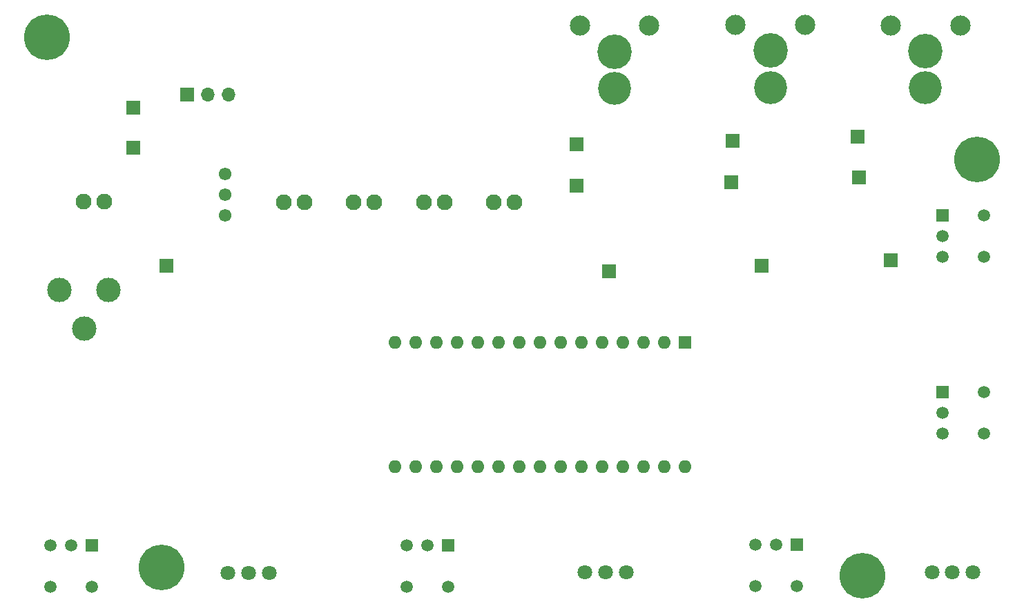
<source format=gbs>
%TF.GenerationSoftware,KiCad,Pcbnew,7.0.8*%
%TF.CreationDate,2024-02-03T19:33:36-05:00*%
%TF.ProjectId,TelescopeController,54656c65-7363-46f7-9065-436f6e74726f,rev?*%
%TF.SameCoordinates,Original*%
%TF.FileFunction,Soldermask,Bot*%
%TF.FilePolarity,Negative*%
%FSLAX46Y46*%
G04 Gerber Fmt 4.6, Leading zero omitted, Abs format (unit mm)*
G04 Created by KiCad (PCBNEW 7.0.8) date 2024-02-03 19:33:36*
%MOMM*%
%LPD*%
G01*
G04 APERTURE LIST*
%ADD10R,1.500000X1.500000*%
%ADD11C,1.500000*%
%ADD12C,1.950000*%
%ADD13R,1.700000X1.700000*%
%ADD14C,2.476000*%
%ADD15C,4.227000*%
%ADD16C,4.039000*%
%ADD17C,1.550000*%
%ADD18C,1.800000*%
%ADD19C,3.000000*%
%ADD20R,1.600000X1.600000*%
%ADD21O,1.600000X1.600000*%
%ADD22C,5.600000*%
%ADD23O,1.700000X1.700000*%
G04 APERTURE END LIST*
D10*
%TO.C,S3*%
X179820000Y-126520000D03*
D11*
X179820000Y-129060000D03*
X179820000Y-131600000D03*
X184900000Y-126520000D03*
X184900000Y-131600000D03*
%TD*%
D12*
%TO.C,J8*%
X107580000Y-103200000D03*
X110120000Y-103200000D03*
%TD*%
D13*
%TO.C,TP11*%
X169350000Y-95200000D03*
%TD*%
D10*
%TO.C,S5*%
X161880000Y-145220000D03*
D11*
X159340000Y-145220000D03*
X156800000Y-145220000D03*
X161880000Y-150300000D03*
X156800000Y-150300000D03*
%TD*%
D10*
%TO.C,S2*%
X119140000Y-145265000D03*
D11*
X116600000Y-145265000D03*
X114060000Y-145265000D03*
X119140000Y-150345000D03*
X114060000Y-150345000D03*
%TD*%
D13*
%TO.C,TP5*%
X134900000Y-101200000D03*
%TD*%
D14*
%TO.C,J4*%
X173450000Y-81525000D03*
X181950000Y-81525000D03*
D15*
X177700000Y-84675000D03*
D16*
X177700000Y-89175000D03*
%TD*%
D17*
%TO.C,PS1*%
X91800000Y-104840000D03*
X91800000Y-102300000D03*
X91800000Y-99760000D03*
%TD*%
D12*
%TO.C,J7*%
X99000000Y-103200000D03*
X101540000Y-103200000D03*
%TD*%
D13*
%TO.C,TP2*%
X157625000Y-111000000D03*
%TD*%
D12*
%TO.C,J6*%
X74460000Y-103100000D03*
X77000000Y-103100000D03*
%TD*%
D10*
%TO.C,S1*%
X179820000Y-104820000D03*
D11*
X179820000Y-107360000D03*
X179820000Y-109900000D03*
X184900000Y-104820000D03*
X184900000Y-109900000D03*
%TD*%
D13*
%TO.C,TP7*%
X169525000Y-100200000D03*
%TD*%
D18*
%TO.C,VR1*%
X178500000Y-148600000D03*
X181000000Y-148600000D03*
X183500000Y-148600000D03*
%TD*%
D13*
%TO.C,TP10*%
X154050000Y-95700000D03*
%TD*%
%TO.C,TP6*%
X153900000Y-100750000D03*
%TD*%
D12*
%TO.C,J9*%
X116160000Y-103200000D03*
X118700000Y-103200000D03*
%TD*%
%TO.C,J10*%
X124740000Y-103200000D03*
X127280000Y-103200000D03*
%TD*%
D13*
%TO.C,TP4*%
X80550000Y-96500000D03*
%TD*%
D10*
%TO.C,S6*%
X75440000Y-145320000D03*
D11*
X72900000Y-145320000D03*
X70360000Y-145320000D03*
X75440000Y-150400000D03*
X70360000Y-150400000D03*
%TD*%
D19*
%TO.C,J1*%
X77500000Y-114000000D03*
X71500000Y-114000000D03*
X74500000Y-118700000D03*
%TD*%
D18*
%TO.C,VR4*%
X135960000Y-148560000D03*
X138460000Y-148560000D03*
X140960000Y-148560000D03*
%TD*%
D20*
%TO.C,A1*%
X148200000Y-120360000D03*
D21*
X145660000Y-120360000D03*
X143120000Y-120360000D03*
X140580000Y-120360000D03*
X138040000Y-120360000D03*
X135500000Y-120360000D03*
X132960000Y-120360000D03*
X130420000Y-120360000D03*
X127880000Y-120360000D03*
X125340000Y-120360000D03*
X122800000Y-120360000D03*
X120260000Y-120360000D03*
X117720000Y-120360000D03*
X115180000Y-120360000D03*
X112640000Y-120360000D03*
X112640000Y-135600000D03*
X115180000Y-135600000D03*
X117720000Y-135600000D03*
X120260000Y-135600000D03*
X122800000Y-135600000D03*
X125340000Y-135600000D03*
X127880000Y-135600000D03*
X130420000Y-135600000D03*
X132960000Y-135600000D03*
X135500000Y-135600000D03*
X138040000Y-135600000D03*
X140580000Y-135600000D03*
X143120000Y-135600000D03*
X145660000Y-135600000D03*
X148200000Y-135600000D03*
%TD*%
D18*
%TO.C,VR5*%
X92190000Y-148650000D03*
X94690000Y-148650000D03*
X97190000Y-148650000D03*
%TD*%
D22*
%TO.C,REF\u002A\u002A*%
X84000000Y-148000000D03*
%TD*%
D13*
%TO.C,TP12*%
X80550000Y-91600000D03*
%TD*%
D14*
%TO.C,J3*%
X154415000Y-81475000D03*
X162915000Y-81475000D03*
D15*
X158665000Y-84625000D03*
D16*
X158665000Y-89125000D03*
%TD*%
D13*
%TO.C,TP1*%
X138900000Y-111675000D03*
%TD*%
D22*
%TO.C,REF\u002A\u002A*%
X170000000Y-149000000D03*
%TD*%
D13*
%TO.C,TP3*%
X173425000Y-110350000D03*
%TD*%
%TO.C,TP9*%
X134900000Y-96100000D03*
%TD*%
%TO.C,TP8*%
X84600000Y-111000000D03*
%TD*%
D22*
%TO.C,REF\u002A\u002A*%
X184000000Y-98000000D03*
%TD*%
D14*
%TO.C,J2*%
X135300000Y-81575000D03*
X143800000Y-81575000D03*
D15*
X139550000Y-84725000D03*
D16*
X139550000Y-89225000D03*
%TD*%
D13*
%TO.C,J5*%
X87115000Y-90000000D03*
D23*
X89655000Y-90000000D03*
X92195000Y-90000000D03*
%TD*%
D22*
%TO.C,REF\u002A\u002A*%
X70000000Y-83000000D03*
%TD*%
M02*

</source>
